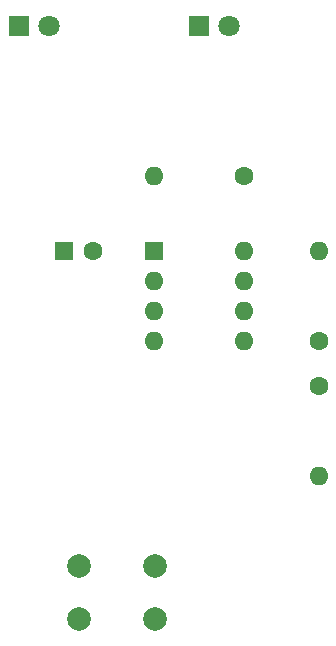
<source format=gbr>
%TF.GenerationSoftware,KiCad,Pcbnew,(5.1.8)-1*%
%TF.CreationDate,2021-08-08T22:25:58+05:30*%
%TF.ProjectId,1st,3173742e-6b69-4636-9164-5f7063625858,rev?*%
%TF.SameCoordinates,Original*%
%TF.FileFunction,Soldermask,Top*%
%TF.FilePolarity,Negative*%
%FSLAX46Y46*%
G04 Gerber Fmt 4.6, Leading zero omitted, Abs format (unit mm)*
G04 Created by KiCad (PCBNEW (5.1.8)-1) date 2021-08-08 22:25:58*
%MOMM*%
%LPD*%
G01*
G04 APERTURE LIST*
%ADD10R,1.600000X1.600000*%
%ADD11C,1.600000*%
%ADD12R,1.800000X1.800000*%
%ADD13C,1.800000*%
%ADD14O,1.600000X1.600000*%
%ADD15C,2.000000*%
G04 APERTURE END LIST*
D10*
%TO.C,C1*%
X58420000Y-66040000D03*
D11*
X60920000Y-66040000D03*
%TD*%
D12*
%TO.C,D1*%
X54610000Y-46990000D03*
D13*
X57150000Y-46990000D03*
%TD*%
%TO.C,D2*%
X72390000Y-46990000D03*
D12*
X69850000Y-46990000D03*
%TD*%
D14*
%TO.C,R1*%
X80010000Y-66040000D03*
D11*
X80010000Y-73660000D03*
%TD*%
%TO.C,R2*%
X80010000Y-77470000D03*
D14*
X80010000Y-85090000D03*
%TD*%
D11*
%TO.C,R3*%
X73660000Y-59690000D03*
D14*
X66040000Y-59690000D03*
%TD*%
D15*
%TO.C,SW1*%
X59690000Y-97210000D03*
X59690000Y-92710000D03*
X66190000Y-97210000D03*
X66190000Y-92710000D03*
%TD*%
D10*
%TO.C,U1*%
X66040000Y-66040000D03*
D14*
X73660000Y-73660000D03*
X66040000Y-68580000D03*
X73660000Y-71120000D03*
X66040000Y-71120000D03*
X73660000Y-68580000D03*
X66040000Y-73660000D03*
X73660000Y-66040000D03*
%TD*%
M02*

</source>
